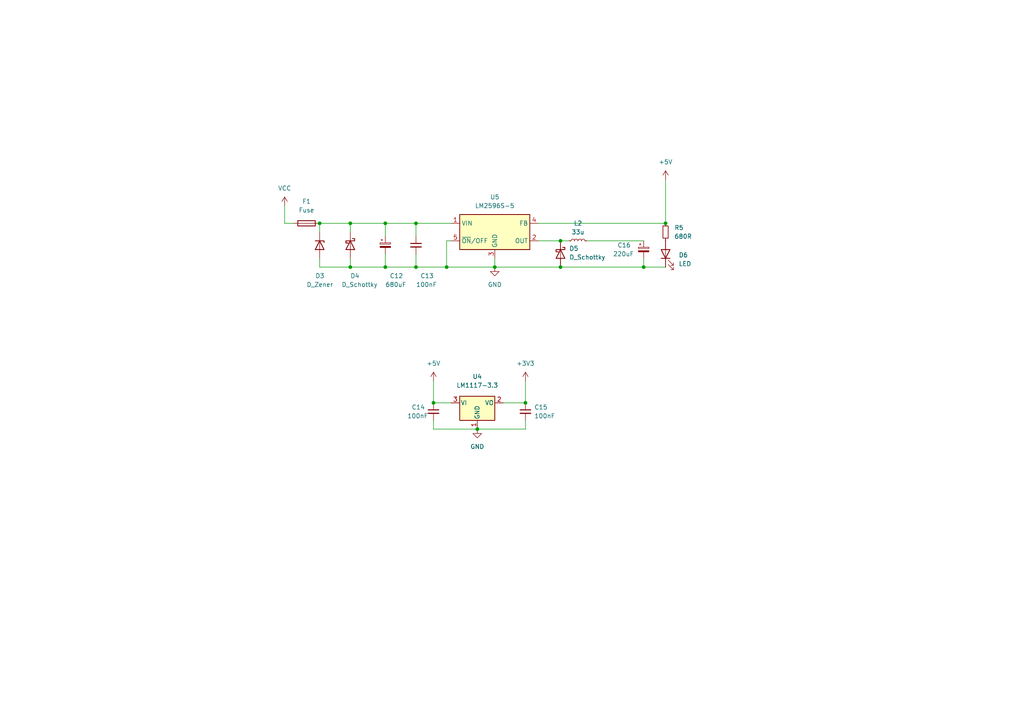
<source format=kicad_sch>
(kicad_sch (version 20211123) (generator eeschema)

  (uuid f45b537f-13b7-465a-8416-fd6f69f7598f)

  (paper "A4")

  (lib_symbols
    (symbol "Device:C_Polarized_Small" (pin_numbers hide) (pin_names (offset 0.254) hide) (in_bom yes) (on_board yes)
      (property "Reference" "C" (id 0) (at 0.254 1.778 0)
        (effects (font (size 1.27 1.27)) (justify left))
      )
      (property "Value" "C_Polarized_Small" (id 1) (at 0.254 -2.032 0)
        (effects (font (size 1.27 1.27)) (justify left))
      )
      (property "Footprint" "" (id 2) (at 0 0 0)
        (effects (font (size 1.27 1.27)) hide)
      )
      (property "Datasheet" "~" (id 3) (at 0 0 0)
        (effects (font (size 1.27 1.27)) hide)
      )
      (property "ki_keywords" "cap capacitor" (id 4) (at 0 0 0)
        (effects (font (size 1.27 1.27)) hide)
      )
      (property "ki_description" "Polarized capacitor, small symbol" (id 5) (at 0 0 0)
        (effects (font (size 1.27 1.27)) hide)
      )
      (property "ki_fp_filters" "CP_*" (id 6) (at 0 0 0)
        (effects (font (size 1.27 1.27)) hide)
      )
      (symbol "C_Polarized_Small_0_1"
        (rectangle (start -1.524 -0.3048) (end 1.524 -0.6858)
          (stroke (width 0) (type default) (color 0 0 0 0))
          (fill (type outline))
        )
        (rectangle (start -1.524 0.6858) (end 1.524 0.3048)
          (stroke (width 0) (type default) (color 0 0 0 0))
          (fill (type none))
        )
        (polyline
          (pts
            (xy -1.27 1.524)
            (xy -0.762 1.524)
          )
          (stroke (width 0) (type default) (color 0 0 0 0))
          (fill (type none))
        )
        (polyline
          (pts
            (xy -1.016 1.27)
            (xy -1.016 1.778)
          )
          (stroke (width 0) (type default) (color 0 0 0 0))
          (fill (type none))
        )
      )
      (symbol "C_Polarized_Small_1_1"
        (pin passive line (at 0 2.54 270) (length 1.8542)
          (name "~" (effects (font (size 1.27 1.27))))
          (number "1" (effects (font (size 1.27 1.27))))
        )
        (pin passive line (at 0 -2.54 90) (length 1.8542)
          (name "~" (effects (font (size 1.27 1.27))))
          (number "2" (effects (font (size 1.27 1.27))))
        )
      )
    )
    (symbol "Device:C_Small" (pin_numbers hide) (pin_names (offset 0.254) hide) (in_bom yes) (on_board yes)
      (property "Reference" "C" (id 0) (at 0.254 1.778 0)
        (effects (font (size 1.27 1.27)) (justify left))
      )
      (property "Value" "C_Small" (id 1) (at 0.254 -2.032 0)
        (effects (font (size 1.27 1.27)) (justify left))
      )
      (property "Footprint" "" (id 2) (at 0 0 0)
        (effects (font (size 1.27 1.27)) hide)
      )
      (property "Datasheet" "~" (id 3) (at 0 0 0)
        (effects (font (size 1.27 1.27)) hide)
      )
      (property "ki_keywords" "capacitor cap" (id 4) (at 0 0 0)
        (effects (font (size 1.27 1.27)) hide)
      )
      (property "ki_description" "Unpolarized capacitor, small symbol" (id 5) (at 0 0 0)
        (effects (font (size 1.27 1.27)) hide)
      )
      (property "ki_fp_filters" "C_*" (id 6) (at 0 0 0)
        (effects (font (size 1.27 1.27)) hide)
      )
      (symbol "C_Small_0_1"
        (polyline
          (pts
            (xy -1.524 -0.508)
            (xy 1.524 -0.508)
          )
          (stroke (width 0.3302) (type default) (color 0 0 0 0))
          (fill (type none))
        )
        (polyline
          (pts
            (xy -1.524 0.508)
            (xy 1.524 0.508)
          )
          (stroke (width 0.3048) (type default) (color 0 0 0 0))
          (fill (type none))
        )
      )
      (symbol "C_Small_1_1"
        (pin passive line (at 0 2.54 270) (length 2.032)
          (name "~" (effects (font (size 1.27 1.27))))
          (number "1" (effects (font (size 1.27 1.27))))
        )
        (pin passive line (at 0 -2.54 90) (length 2.032)
          (name "~" (effects (font (size 1.27 1.27))))
          (number "2" (effects (font (size 1.27 1.27))))
        )
      )
    )
    (symbol "Device:D_Schottky" (pin_numbers hide) (pin_names (offset 1.016) hide) (in_bom yes) (on_board yes)
      (property "Reference" "D" (id 0) (at 0 2.54 0)
        (effects (font (size 1.27 1.27)))
      )
      (property "Value" "D_Schottky" (id 1) (at 0 -2.54 0)
        (effects (font (size 1.27 1.27)))
      )
      (property "Footprint" "" (id 2) (at 0 0 0)
        (effects (font (size 1.27 1.27)) hide)
      )
      (property "Datasheet" "~" (id 3) (at 0 0 0)
        (effects (font (size 1.27 1.27)) hide)
      )
      (property "ki_keywords" "diode Schottky" (id 4) (at 0 0 0)
        (effects (font (size 1.27 1.27)) hide)
      )
      (property "ki_description" "Schottky diode" (id 5) (at 0 0 0)
        (effects (font (size 1.27 1.27)) hide)
      )
      (property "ki_fp_filters" "TO-???* *_Diode_* *SingleDiode* D_*" (id 6) (at 0 0 0)
        (effects (font (size 1.27 1.27)) hide)
      )
      (symbol "D_Schottky_0_1"
        (polyline
          (pts
            (xy 1.27 0)
            (xy -1.27 0)
          )
          (stroke (width 0) (type default) (color 0 0 0 0))
          (fill (type none))
        )
        (polyline
          (pts
            (xy 1.27 1.27)
            (xy 1.27 -1.27)
            (xy -1.27 0)
            (xy 1.27 1.27)
          )
          (stroke (width 0.254) (type default) (color 0 0 0 0))
          (fill (type none))
        )
        (polyline
          (pts
            (xy -1.905 0.635)
            (xy -1.905 1.27)
            (xy -1.27 1.27)
            (xy -1.27 -1.27)
            (xy -0.635 -1.27)
            (xy -0.635 -0.635)
          )
          (stroke (width 0.254) (type default) (color 0 0 0 0))
          (fill (type none))
        )
      )
      (symbol "D_Schottky_1_1"
        (pin passive line (at -3.81 0 0) (length 2.54)
          (name "K" (effects (font (size 1.27 1.27))))
          (number "1" (effects (font (size 1.27 1.27))))
        )
        (pin passive line (at 3.81 0 180) (length 2.54)
          (name "A" (effects (font (size 1.27 1.27))))
          (number "2" (effects (font (size 1.27 1.27))))
        )
      )
    )
    (symbol "Device:D_Zener" (pin_numbers hide) (pin_names (offset 1.016) hide) (in_bom yes) (on_board yes)
      (property "Reference" "D" (id 0) (at 0 2.54 0)
        (effects (font (size 1.27 1.27)))
      )
      (property "Value" "D_Zener" (id 1) (at 0 -2.54 0)
        (effects (font (size 1.27 1.27)))
      )
      (property "Footprint" "" (id 2) (at 0 0 0)
        (effects (font (size 1.27 1.27)) hide)
      )
      (property "Datasheet" "~" (id 3) (at 0 0 0)
        (effects (font (size 1.27 1.27)) hide)
      )
      (property "ki_keywords" "diode" (id 4) (at 0 0 0)
        (effects (font (size 1.27 1.27)) hide)
      )
      (property "ki_description" "Zener diode" (id 5) (at 0 0 0)
        (effects (font (size 1.27 1.27)) hide)
      )
      (property "ki_fp_filters" "TO-???* *_Diode_* *SingleDiode* D_*" (id 6) (at 0 0 0)
        (effects (font (size 1.27 1.27)) hide)
      )
      (symbol "D_Zener_0_1"
        (polyline
          (pts
            (xy 1.27 0)
            (xy -1.27 0)
          )
          (stroke (width 0) (type default) (color 0 0 0 0))
          (fill (type none))
        )
        (polyline
          (pts
            (xy -1.27 -1.27)
            (xy -1.27 1.27)
            (xy -0.762 1.27)
          )
          (stroke (width 0.254) (type default) (color 0 0 0 0))
          (fill (type none))
        )
        (polyline
          (pts
            (xy 1.27 -1.27)
            (xy 1.27 1.27)
            (xy -1.27 0)
            (xy 1.27 -1.27)
          )
          (stroke (width 0.254) (type default) (color 0 0 0 0))
          (fill (type none))
        )
      )
      (symbol "D_Zener_1_1"
        (pin passive line (at -3.81 0 0) (length 2.54)
          (name "K" (effects (font (size 1.27 1.27))))
          (number "1" (effects (font (size 1.27 1.27))))
        )
        (pin passive line (at 3.81 0 180) (length 2.54)
          (name "A" (effects (font (size 1.27 1.27))))
          (number "2" (effects (font (size 1.27 1.27))))
        )
      )
    )
    (symbol "Device:Fuse" (pin_numbers hide) (pin_names (offset 0)) (in_bom yes) (on_board yes)
      (property "Reference" "F" (id 0) (at 2.032 0 90)
        (effects (font (size 1.27 1.27)))
      )
      (property "Value" "Fuse" (id 1) (at -1.905 0 90)
        (effects (font (size 1.27 1.27)))
      )
      (property "Footprint" "" (id 2) (at -1.778 0 90)
        (effects (font (size 1.27 1.27)) hide)
      )
      (property "Datasheet" "~" (id 3) (at 0 0 0)
        (effects (font (size 1.27 1.27)) hide)
      )
      (property "ki_keywords" "fuse" (id 4) (at 0 0 0)
        (effects (font (size 1.27 1.27)) hide)
      )
      (property "ki_description" "Fuse" (id 5) (at 0 0 0)
        (effects (font (size 1.27 1.27)) hide)
      )
      (property "ki_fp_filters" "*Fuse*" (id 6) (at 0 0 0)
        (effects (font (size 1.27 1.27)) hide)
      )
      (symbol "Fuse_0_1"
        (rectangle (start -0.762 -2.54) (end 0.762 2.54)
          (stroke (width 0.254) (type default) (color 0 0 0 0))
          (fill (type none))
        )
        (polyline
          (pts
            (xy 0 2.54)
            (xy 0 -2.54)
          )
          (stroke (width 0) (type default) (color 0 0 0 0))
          (fill (type none))
        )
      )
      (symbol "Fuse_1_1"
        (pin passive line (at 0 3.81 270) (length 1.27)
          (name "~" (effects (font (size 1.27 1.27))))
          (number "1" (effects (font (size 1.27 1.27))))
        )
        (pin passive line (at 0 -3.81 90) (length 1.27)
          (name "~" (effects (font (size 1.27 1.27))))
          (number "2" (effects (font (size 1.27 1.27))))
        )
      )
    )
    (symbol "Device:LED" (pin_numbers hide) (pin_names (offset 1.016) hide) (in_bom yes) (on_board yes)
      (property "Reference" "D" (id 0) (at 0 2.54 0)
        (effects (font (size 1.27 1.27)))
      )
      (property "Value" "LED" (id 1) (at 0 -2.54 0)
        (effects (font (size 1.27 1.27)))
      )
      (property "Footprint" "" (id 2) (at 0 0 0)
        (effects (font (size 1.27 1.27)) hide)
      )
      (property "Datasheet" "~" (id 3) (at 0 0 0)
        (effects (font (size 1.27 1.27)) hide)
      )
      (property "ki_keywords" "LED diode" (id 4) (at 0 0 0)
        (effects (font (size 1.27 1.27)) hide)
      )
      (property "ki_description" "Light emitting diode" (id 5) (at 0 0 0)
        (effects (font (size 1.27 1.27)) hide)
      )
      (property "ki_fp_filters" "LED* LED_SMD:* LED_THT:*" (id 6) (at 0 0 0)
        (effects (font (size 1.27 1.27)) hide)
      )
      (symbol "LED_0_1"
        (polyline
          (pts
            (xy -1.27 -1.27)
            (xy -1.27 1.27)
          )
          (stroke (width 0.254) (type default) (color 0 0 0 0))
          (fill (type none))
        )
        (polyline
          (pts
            (xy -1.27 0)
            (xy 1.27 0)
          )
          (stroke (width 0) (type default) (color 0 0 0 0))
          (fill (type none))
        )
        (polyline
          (pts
            (xy 1.27 -1.27)
            (xy 1.27 1.27)
            (xy -1.27 0)
            (xy 1.27 -1.27)
          )
          (stroke (width 0.254) (type default) (color 0 0 0 0))
          (fill (type none))
        )
        (polyline
          (pts
            (xy -3.048 -0.762)
            (xy -4.572 -2.286)
            (xy -3.81 -2.286)
            (xy -4.572 -2.286)
            (xy -4.572 -1.524)
          )
          (stroke (width 0) (type default) (color 0 0 0 0))
          (fill (type none))
        )
        (polyline
          (pts
            (xy -1.778 -0.762)
            (xy -3.302 -2.286)
            (xy -2.54 -2.286)
            (xy -3.302 -2.286)
            (xy -3.302 -1.524)
          )
          (stroke (width 0) (type default) (color 0 0 0 0))
          (fill (type none))
        )
      )
      (symbol "LED_1_1"
        (pin passive line (at -3.81 0 0) (length 2.54)
          (name "K" (effects (font (size 1.27 1.27))))
          (number "1" (effects (font (size 1.27 1.27))))
        )
        (pin passive line (at 3.81 0 180) (length 2.54)
          (name "A" (effects (font (size 1.27 1.27))))
          (number "2" (effects (font (size 1.27 1.27))))
        )
      )
    )
    (symbol "Device:L_Small" (pin_numbers hide) (pin_names (offset 0.254) hide) (in_bom yes) (on_board yes)
      (property "Reference" "L" (id 0) (at 0.762 1.016 0)
        (effects (font (size 1.27 1.27)) (justify left))
      )
      (property "Value" "L_Small" (id 1) (at 0.762 -1.016 0)
        (effects (font (size 1.27 1.27)) (justify left))
      )
      (property "Footprint" "" (id 2) (at 0 0 0)
        (effects (font (size 1.27 1.27)) hide)
      )
      (property "Datasheet" "~" (id 3) (at 0 0 0)
        (effects (font (size 1.27 1.27)) hide)
      )
      (property "ki_keywords" "inductor choke coil reactor magnetic" (id 4) (at 0 0 0)
        (effects (font (size 1.27 1.27)) hide)
      )
      (property "ki_description" "Inductor, small symbol" (id 5) (at 0 0 0)
        (effects (font (size 1.27 1.27)) hide)
      )
      (property "ki_fp_filters" "Choke_* *Coil* Inductor_* L_*" (id 6) (at 0 0 0)
        (effects (font (size 1.27 1.27)) hide)
      )
      (symbol "L_Small_0_1"
        (arc (start 0 -2.032) (mid 0.508 -1.524) (end 0 -1.016)
          (stroke (width 0) (type default) (color 0 0 0 0))
          (fill (type none))
        )
        (arc (start 0 -1.016) (mid 0.508 -0.508) (end 0 0)
          (stroke (width 0) (type default) (color 0 0 0 0))
          (fill (type none))
        )
        (arc (start 0 0) (mid 0.508 0.508) (end 0 1.016)
          (stroke (width 0) (type default) (color 0 0 0 0))
          (fill (type none))
        )
        (arc (start 0 1.016) (mid 0.508 1.524) (end 0 2.032)
          (stroke (width 0) (type default) (color 0 0 0 0))
          (fill (type none))
        )
      )
      (symbol "L_Small_1_1"
        (pin passive line (at 0 2.54 270) (length 0.508)
          (name "~" (effects (font (size 1.27 1.27))))
          (number "1" (effects (font (size 1.27 1.27))))
        )
        (pin passive line (at 0 -2.54 90) (length 0.508)
          (name "~" (effects (font (size 1.27 1.27))))
          (number "2" (effects (font (size 1.27 1.27))))
        )
      )
    )
    (symbol "Device:R_Small" (pin_numbers hide) (pin_names (offset 0.254) hide) (in_bom yes) (on_board yes)
      (property "Reference" "R" (id 0) (at 0.762 0.508 0)
        (effects (font (size 1.27 1.27)) (justify left))
      )
      (property "Value" "R_Small" (id 1) (at 0.762 -1.016 0)
        (effects (font (size 1.27 1.27)) (justify left))
      )
      (property "Footprint" "" (id 2) (at 0 0 0)
        (effects (font (size 1.27 1.27)) hide)
      )
      (property "Datasheet" "~" (id 3) (at 0 0 0)
        (effects (font (size 1.27 1.27)) hide)
      )
      (property "ki_keywords" "R resistor" (id 4) (at 0 0 0)
        (effects (font (size 1.27 1.27)) hide)
      )
      (property "ki_description" "Resistor, small symbol" (id 5) (at 0 0 0)
        (effects (font (size 1.27 1.27)) hide)
      )
      (property "ki_fp_filters" "R_*" (id 6) (at 0 0 0)
        (effects (font (size 1.27 1.27)) hide)
      )
      (symbol "R_Small_0_1"
        (rectangle (start -0.762 1.778) (end 0.762 -1.778)
          (stroke (width 0.2032) (type default) (color 0 0 0 0))
          (fill (type none))
        )
      )
      (symbol "R_Small_1_1"
        (pin passive line (at 0 2.54 270) (length 0.762)
          (name "~" (effects (font (size 1.27 1.27))))
          (number "1" (effects (font (size 1.27 1.27))))
        )
        (pin passive line (at 0 -2.54 90) (length 0.762)
          (name "~" (effects (font (size 1.27 1.27))))
          (number "2" (effects (font (size 1.27 1.27))))
        )
      )
    )
    (symbol "Regulator_Linear:LM1117-3.3" (pin_names (offset 0.254)) (in_bom yes) (on_board yes)
      (property "Reference" "U" (id 0) (at -3.81 3.175 0)
        (effects (font (size 1.27 1.27)))
      )
      (property "Value" "LM1117-3.3" (id 1) (at 0 3.175 0)
        (effects (font (size 1.27 1.27)) (justify left))
      )
      (property "Footprint" "" (id 2) (at 0 0 0)
        (effects (font (size 1.27 1.27)) hide)
      )
      (property "Datasheet" "http://www.ti.com/lit/ds/symlink/lm1117.pdf" (id 3) (at 0 0 0)
        (effects (font (size 1.27 1.27)) hide)
      )
      (property "ki_keywords" "linear regulator ldo fixed positive" (id 4) (at 0 0 0)
        (effects (font (size 1.27 1.27)) hide)
      )
      (property "ki_description" "800mA Low-Dropout Linear Regulator, 3.3V fixed output, TO-220/TO-252/TO-263/SOT-223" (id 5) (at 0 0 0)
        (effects (font (size 1.27 1.27)) hide)
      )
      (property "ki_fp_filters" "SOT?223* TO?263* TO?252* TO?220*" (id 6) (at 0 0 0)
        (effects (font (size 1.27 1.27)) hide)
      )
      (symbol "LM1117-3.3_0_1"
        (rectangle (start -5.08 -5.08) (end 5.08 1.905)
          (stroke (width 0.254) (type default) (color 0 0 0 0))
          (fill (type background))
        )
      )
      (symbol "LM1117-3.3_1_1"
        (pin power_in line (at 0 -7.62 90) (length 2.54)
          (name "GND" (effects (font (size 1.27 1.27))))
          (number "1" (effects (font (size 1.27 1.27))))
        )
        (pin power_out line (at 7.62 0 180) (length 2.54)
          (name "VO" (effects (font (size 1.27 1.27))))
          (number "2" (effects (font (size 1.27 1.27))))
        )
        (pin power_in line (at -7.62 0 0) (length 2.54)
          (name "VI" (effects (font (size 1.27 1.27))))
          (number "3" (effects (font (size 1.27 1.27))))
        )
      )
    )
    (symbol "Regulator_Switching:LM2596S-5" (in_bom yes) (on_board yes)
      (property "Reference" "U" (id 0) (at -10.16 6.35 0)
        (effects (font (size 1.27 1.27)) (justify left))
      )
      (property "Value" "LM2596S-5" (id 1) (at 0 6.35 0)
        (effects (font (size 1.27 1.27)) (justify left))
      )
      (property "Footprint" "Package_TO_SOT_SMD:TO-263-5_TabPin3" (id 2) (at 1.27 -6.35 0)
        (effects (font (size 1.27 1.27) italic) (justify left) hide)
      )
      (property "Datasheet" "http://www.ti.com/lit/ds/symlink/lm2596.pdf" (id 3) (at 0 0 0)
        (effects (font (size 1.27 1.27)) hide)
      )
      (property "ki_keywords" "Step-Down Voltage Regulator 5V 3A" (id 4) (at 0 0 0)
        (effects (font (size 1.27 1.27)) hide)
      )
      (property "ki_description" "5V 3A Step-Down Voltage Regulator, TO-263" (id 5) (at 0 0 0)
        (effects (font (size 1.27 1.27)) hide)
      )
      (property "ki_fp_filters" "TO?263*" (id 6) (at 0 0 0)
        (effects (font (size 1.27 1.27)) hide)
      )
      (symbol "LM2596S-5_0_1"
        (rectangle (start -10.16 5.08) (end 10.16 -5.08)
          (stroke (width 0.254) (type default) (color 0 0 0 0))
          (fill (type background))
        )
      )
      (symbol "LM2596S-5_1_1"
        (pin power_in line (at -12.7 2.54 0) (length 2.54)
          (name "VIN" (effects (font (size 1.27 1.27))))
          (number "1" (effects (font (size 1.27 1.27))))
        )
        (pin output line (at 12.7 -2.54 180) (length 2.54)
          (name "OUT" (effects (font (size 1.27 1.27))))
          (number "2" (effects (font (size 1.27 1.27))))
        )
        (pin power_in line (at 0 -7.62 90) (length 2.54)
          (name "GND" (effects (font (size 1.27 1.27))))
          (number "3" (effects (font (size 1.27 1.27))))
        )
        (pin input line (at 12.7 2.54 180) (length 2.54)
          (name "FB" (effects (font (size 1.27 1.27))))
          (number "4" (effects (font (size 1.27 1.27))))
        )
        (pin input line (at -12.7 -2.54 0) (length 2.54)
          (name "~{ON}/OFF" (effects (font (size 1.27 1.27))))
          (number "5" (effects (font (size 1.27 1.27))))
        )
      )
    )
    (symbol "power:+3.3V" (power) (pin_names (offset 0)) (in_bom yes) (on_board yes)
      (property "Reference" "#PWR" (id 0) (at 0 -3.81 0)
        (effects (font (size 1.27 1.27)) hide)
      )
      (property "Value" "+3.3V" (id 1) (at 0 3.556 0)
        (effects (font (size 1.27 1.27)))
      )
      (property "Footprint" "" (id 2) (at 0 0 0)
        (effects (font (size 1.27 1.27)) hide)
      )
      (property "Datasheet" "" (id 3) (at 0 0 0)
        (effects (font (size 1.27 1.27)) hide)
      )
      (property "ki_keywords" "power-flag" (id 4) (at 0 0 0)
        (effects (font (size 1.27 1.27)) hide)
      )
      (property "ki_description" "Power symbol creates a global label with name \"+3.3V\"" (id 5) (at 0 0 0)
        (effects (font (size 1.27 1.27)) hide)
      )
      (symbol "+3.3V_0_1"
        (polyline
          (pts
            (xy -0.762 1.27)
            (xy 0 2.54)
          )
          (stroke (width 0) (type default) (color 0 0 0 0))
          (fill (type none))
        )
        (polyline
          (pts
            (xy 0 0)
            (xy 0 2.54)
          )
          (stroke (width 0) (type default) (color 0 0 0 0))
          (fill (type none))
        )
        (polyline
          (pts
            (xy 0 2.54)
            (xy 0.762 1.27)
          )
          (stroke (width 0) (type default) (color 0 0 0 0))
          (fill (type none))
        )
      )
      (symbol "+3.3V_1_1"
        (pin power_in line (at 0 0 90) (length 0) hide
          (name "+3V3" (effects (font (size 1.27 1.27))))
          (number "1" (effects (font (size 1.27 1.27))))
        )
      )
    )
    (symbol "power:+5V" (power) (pin_names (offset 0)) (in_bom yes) (on_board yes)
      (property "Reference" "#PWR" (id 0) (at 0 -3.81 0)
        (effects (font (size 1.27 1.27)) hide)
      )
      (property "Value" "+5V" (id 1) (at 0 3.556 0)
        (effects (font (size 1.27 1.27)))
      )
      (property "Footprint" "" (id 2) (at 0 0 0)
        (effects (font (size 1.27 1.27)) hide)
      )
      (property "Datasheet" "" (id 3) (at 0 0 0)
        (effects (font (size 1.27 1.27)) hide)
      )
      (property "ki_keywords" "power-flag" (id 4) (at 0 0 0)
        (effects (font (size 1.27 1.27)) hide)
      )
      (property "ki_description" "Power symbol creates a global label with name \"+5V\"" (id 5) (at 0 0 0)
        (effects (font (size 1.27 1.27)) hide)
      )
      (symbol "+5V_0_1"
        (polyline
          (pts
            (xy -0.762 1.27)
            (xy 0 2.54)
          )
          (stroke (width 0) (type default) (color 0 0 0 0))
          (fill (type none))
        )
        (polyline
          (pts
            (xy 0 0)
            (xy 0 2.54)
          )
          (stroke (width 0) (type default) (color 0 0 0 0))
          (fill (type none))
        )
        (polyline
          (pts
            (xy 0 2.54)
            (xy 0.762 1.27)
          )
          (stroke (width 0) (type default) (color 0 0 0 0))
          (fill (type none))
        )
      )
      (symbol "+5V_1_1"
        (pin power_in line (at 0 0 90) (length 0) hide
          (name "+5V" (effects (font (size 1.27 1.27))))
          (number "1" (effects (font (size 1.27 1.27))))
        )
      )
    )
    (symbol "power:GND" (power) (pin_names (offset 0)) (in_bom yes) (on_board yes)
      (property "Reference" "#PWR" (id 0) (at 0 -6.35 0)
        (effects (font (size 1.27 1.27)) hide)
      )
      (property "Value" "GND" (id 1) (at 0 -3.81 0)
        (effects (font (size 1.27 1.27)))
      )
      (property "Footprint" "" (id 2) (at 0 0 0)
        (effects (font (size 1.27 1.27)) hide)
      )
      (property "Datasheet" "" (id 3) (at 0 0 0)
        (effects (font (size 1.27 1.27)) hide)
      )
      (property "ki_keywords" "power-flag" (id 4) (at 0 0 0)
        (effects (font (size 1.27 1.27)) hide)
      )
      (property "ki_description" "Power symbol creates a global label with name \"GND\" , ground" (id 5) (at 0 0 0)
        (effects (font (size 1.27 1.27)) hide)
      )
      (symbol "GND_0_1"
        (polyline
          (pts
            (xy 0 0)
            (xy 0 -1.27)
            (xy 1.27 -1.27)
            (xy 0 -2.54)
            (xy -1.27 -1.27)
            (xy 0 -1.27)
          )
          (stroke (width 0) (type default) (color 0 0 0 0))
          (fill (type none))
        )
      )
      (symbol "GND_1_1"
        (pin power_in line (at 0 0 270) (length 0) hide
          (name "GND" (effects (font (size 1.27 1.27))))
          (number "1" (effects (font (size 1.27 1.27))))
        )
      )
    )
    (symbol "power:VCC" (power) (pin_names (offset 0)) (in_bom yes) (on_board yes)
      (property "Reference" "#PWR" (id 0) (at 0 -3.81 0)
        (effects (font (size 1.27 1.27)) hide)
      )
      (property "Value" "VCC" (id 1) (at 0 3.81 0)
        (effects (font (size 1.27 1.27)))
      )
      (property "Footprint" "" (id 2) (at 0 0 0)
        (effects (font (size 1.27 1.27)) hide)
      )
      (property "Datasheet" "" (id 3) (at 0 0 0)
        (effects (font (size 1.27 1.27)) hide)
      )
      (property "ki_keywords" "power-flag" (id 4) (at 0 0 0)
        (effects (font (size 1.27 1.27)) hide)
      )
      (property "ki_description" "Power symbol creates a global label with name \"VCC\"" (id 5) (at 0 0 0)
        (effects (font (size 1.27 1.27)) hide)
      )
      (symbol "VCC_0_1"
        (polyline
          (pts
            (xy -0.762 1.27)
            (xy 0 2.54)
          )
          (stroke (width 0) (type default) (color 0 0 0 0))
          (fill (type none))
        )
        (polyline
          (pts
            (xy 0 0)
            (xy 0 2.54)
          )
          (stroke (width 0) (type default) (color 0 0 0 0))
          (fill (type none))
        )
        (polyline
          (pts
            (xy 0 2.54)
            (xy 0.762 1.27)
          )
          (stroke (width 0) (type default) (color 0 0 0 0))
          (fill (type none))
        )
      )
      (symbol "VCC_1_1"
        (pin power_in line (at 0 0 90) (length 0) hide
          (name "VCC" (effects (font (size 1.27 1.27))))
          (number "1" (effects (font (size 1.27 1.27))))
        )
      )
    )
  )


  (junction (at 92.71 64.77) (diameter 0) (color 0 0 0 0)
    (uuid 066da4a6-7c8f-4e5f-a301-3f42aea5d9da)
  )
  (junction (at 125.73 116.84) (diameter 0) (color 0 0 0 0)
    (uuid 0b5432d6-0ecd-4bdb-bd8f-8865d764b687)
  )
  (junction (at 120.65 77.47) (diameter 0) (color 0 0 0 0)
    (uuid 193f65cc-6115-4b80-9ade-701ef40c18bf)
  )
  (junction (at 143.51 77.47) (diameter 0) (color 0 0 0 0)
    (uuid 260b3040-ccbe-472c-83e7-f1683f01c200)
  )
  (junction (at 162.56 77.47) (diameter 0) (color 0 0 0 0)
    (uuid 2e868ead-550e-4b19-a8f7-629dfcde9fd6)
  )
  (junction (at 111.76 77.47) (diameter 0) (color 0 0 0 0)
    (uuid 500eed4a-f4b8-49d7-a3e6-5e9b383e460c)
  )
  (junction (at 120.65 64.77) (diameter 0) (color 0 0 0 0)
    (uuid 5f162242-b851-44d6-b180-9fe35f2ee655)
  )
  (junction (at 162.56 69.85) (diameter 0) (color 0 0 0 0)
    (uuid 7096630e-49ee-49e9-b02b-8e6471b2a246)
  )
  (junction (at 138.43 124.46) (diameter 0) (color 0 0 0 0)
    (uuid 7244548d-1c83-473a-9cee-c7f1c5d22ed9)
  )
  (junction (at 101.6 77.47) (diameter 0) (color 0 0 0 0)
    (uuid 89bf8c2e-c1c2-4601-8320-e2e1bef415b1)
  )
  (junction (at 152.4 116.84) (diameter 0) (color 0 0 0 0)
    (uuid 93e43941-502b-4b34-b3ed-4ea8f5edcf5f)
  )
  (junction (at 101.6 64.77) (diameter 0) (color 0 0 0 0)
    (uuid a52894c7-3e0d-4531-9779-68394ed7d99c)
  )
  (junction (at 129.54 77.47) (diameter 0) (color 0 0 0 0)
    (uuid bf1a8f6d-25c9-4c52-948b-e551665ff12b)
  )
  (junction (at 186.69 77.47) (diameter 0) (color 0 0 0 0)
    (uuid e7168d8c-aad7-4825-9249-3d0f93112830)
  )
  (junction (at 111.76 64.77) (diameter 0) (color 0 0 0 0)
    (uuid f5c110ab-09d7-4c23-839c-4aecf4937fb0)
  )
  (junction (at 193.04 64.77) (diameter 0) (color 0 0 0 0)
    (uuid fa951a32-ae48-4dc2-871e-cde39594852d)
  )

  (wire (pts (xy 92.71 77.47) (xy 92.71 74.93))
    (stroke (width 0) (type default) (color 0 0 0 0))
    (uuid 06405ae5-7737-4b45-8d79-f3b3bc8e478a)
  )
  (wire (pts (xy 162.56 77.47) (xy 186.69 77.47))
    (stroke (width 0) (type default) (color 0 0 0 0))
    (uuid 07f5ec51-aac5-44e8-9dc3-4268cd17230b)
  )
  (wire (pts (xy 101.6 77.47) (xy 111.76 77.47))
    (stroke (width 0) (type default) (color 0 0 0 0))
    (uuid 0a2799d1-e327-498f-a022-8b6d265f40bb)
  )
  (wire (pts (xy 120.65 64.77) (xy 111.76 64.77))
    (stroke (width 0) (type default) (color 0 0 0 0))
    (uuid 0e0296d9-f600-4843-af10-b96c1b178e30)
  )
  (wire (pts (xy 170.18 69.85) (xy 186.69 69.85))
    (stroke (width 0) (type default) (color 0 0 0 0))
    (uuid 1092fca5-1fdd-44c7-a4b1-d6c06c1d006c)
  )
  (wire (pts (xy 143.51 74.93) (xy 143.51 77.47))
    (stroke (width 0) (type default) (color 0 0 0 0))
    (uuid 1350e99e-3bb1-4b60-b82f-b6d1ca872717)
  )
  (wire (pts (xy 92.71 77.47) (xy 101.6 77.47))
    (stroke (width 0) (type default) (color 0 0 0 0))
    (uuid 14b85695-a642-4066-94c0-6b7401afa2fa)
  )
  (wire (pts (xy 85.09 64.77) (xy 82.55 64.77))
    (stroke (width 0) (type default) (color 0 0 0 0))
    (uuid 17c69015-8070-4dc9-b336-3c1629052746)
  )
  (wire (pts (xy 193.04 77.47) (xy 186.69 77.47))
    (stroke (width 0) (type default) (color 0 0 0 0))
    (uuid 284281f8-5ee2-4cb8-b907-f5e55bd35727)
  )
  (wire (pts (xy 129.54 69.85) (xy 129.54 77.47))
    (stroke (width 0) (type default) (color 0 0 0 0))
    (uuid 28e6faa3-5227-4eae-959d-9692cddc4478)
  )
  (wire (pts (xy 111.76 64.77) (xy 101.6 64.77))
    (stroke (width 0) (type default) (color 0 0 0 0))
    (uuid 2a01e5cb-a4e1-454a-8147-be50718f7e50)
  )
  (wire (pts (xy 125.73 121.92) (xy 125.73 124.46))
    (stroke (width 0) (type default) (color 0 0 0 0))
    (uuid 3667a482-49b3-468e-9108-156ba7e057d6)
  )
  (wire (pts (xy 193.04 64.77) (xy 193.04 52.07))
    (stroke (width 0) (type default) (color 0 0 0 0))
    (uuid 3790260a-a1bd-4648-b91c-8e872b546966)
  )
  (wire (pts (xy 92.71 64.77) (xy 92.71 67.31))
    (stroke (width 0) (type default) (color 0 0 0 0))
    (uuid 4219c889-2ce3-413e-b327-3daa2a1aeedb)
  )
  (wire (pts (xy 125.73 116.84) (xy 125.73 110.49))
    (stroke (width 0) (type default) (color 0 0 0 0))
    (uuid 559c966a-e318-4226-b079-c5a2412da747)
  )
  (wire (pts (xy 143.51 77.47) (xy 162.56 77.47))
    (stroke (width 0) (type default) (color 0 0 0 0))
    (uuid 6023a913-85fa-4aa0-9dfc-9d9efd0a786c)
  )
  (wire (pts (xy 156.21 64.77) (xy 193.04 64.77))
    (stroke (width 0) (type default) (color 0 0 0 0))
    (uuid 721ec38e-eb5b-4ad2-be37-385378e66e5b)
  )
  (wire (pts (xy 120.65 64.77) (xy 120.65 68.58))
    (stroke (width 0) (type default) (color 0 0 0 0))
    (uuid 831ac941-a322-453d-a524-3ab2da701dae)
  )
  (wire (pts (xy 82.55 59.69) (xy 82.55 64.77))
    (stroke (width 0) (type default) (color 0 0 0 0))
    (uuid 83c03d7e-a1c9-4465-995e-7efd5b5fc571)
  )
  (wire (pts (xy 111.76 64.77) (xy 111.76 68.58))
    (stroke (width 0) (type default) (color 0 0 0 0))
    (uuid 8c09a852-c0ff-41ee-b8a7-26f43c7d7feb)
  )
  (wire (pts (xy 129.54 77.47) (xy 143.51 77.47))
    (stroke (width 0) (type default) (color 0 0 0 0))
    (uuid 8cd1b944-bd7d-4be1-9d90-81686ef82354)
  )
  (wire (pts (xy 130.81 64.77) (xy 120.65 64.77))
    (stroke (width 0) (type default) (color 0 0 0 0))
    (uuid 917c9d04-e3e7-409a-a0e9-c6b5111282c4)
  )
  (wire (pts (xy 138.43 124.46) (xy 152.4 124.46))
    (stroke (width 0) (type default) (color 0 0 0 0))
    (uuid 96c87f84-2cca-4f56-a2a9-0e4428214af4)
  )
  (wire (pts (xy 146.05 116.84) (xy 152.4 116.84))
    (stroke (width 0) (type default) (color 0 0 0 0))
    (uuid 9c2e0824-b774-46b5-b258-52a0514b63f5)
  )
  (wire (pts (xy 101.6 64.77) (xy 101.6 67.31))
    (stroke (width 0) (type default) (color 0 0 0 0))
    (uuid a9cb299a-2832-4ed4-b917-747c8968f779)
  )
  (wire (pts (xy 101.6 64.77) (xy 92.71 64.77))
    (stroke (width 0) (type default) (color 0 0 0 0))
    (uuid b26df3fb-77b8-4839-a372-44fd5f405aaf)
  )
  (wire (pts (xy 111.76 77.47) (xy 120.65 77.47))
    (stroke (width 0) (type default) (color 0 0 0 0))
    (uuid b3f18b94-65a5-454e-b030-d23f3997d301)
  )
  (wire (pts (xy 156.21 69.85) (xy 162.56 69.85))
    (stroke (width 0) (type default) (color 0 0 0 0))
    (uuid bc6d092b-e433-41ee-b8fb-0e25824b5cd0)
  )
  (wire (pts (xy 125.73 116.84) (xy 130.81 116.84))
    (stroke (width 0) (type default) (color 0 0 0 0))
    (uuid bee13bb6-d025-459e-a21f-81e1cc5ae673)
  )
  (wire (pts (xy 111.76 73.66) (xy 111.76 77.47))
    (stroke (width 0) (type default) (color 0 0 0 0))
    (uuid c34f2f09-ba9e-42d2-b76c-b4f436236be3)
  )
  (wire (pts (xy 130.81 69.85) (xy 129.54 69.85))
    (stroke (width 0) (type default) (color 0 0 0 0))
    (uuid c620dc64-a194-48aa-b7d4-b78c62973b6d)
  )
  (wire (pts (xy 120.65 73.66) (xy 120.65 77.47))
    (stroke (width 0) (type default) (color 0 0 0 0))
    (uuid d4dfcc7e-37fb-4f8f-9a50-cb5e6858dbac)
  )
  (wire (pts (xy 125.73 124.46) (xy 138.43 124.46))
    (stroke (width 0) (type default) (color 0 0 0 0))
    (uuid e0b53dec-2253-42cb-9c23-449db54438af)
  )
  (wire (pts (xy 162.56 69.85) (xy 165.1 69.85))
    (stroke (width 0) (type default) (color 0 0 0 0))
    (uuid e8cb3575-d3b1-44d1-b8b5-8bce4aab5193)
  )
  (wire (pts (xy 186.69 77.47) (xy 186.69 74.93))
    (stroke (width 0) (type default) (color 0 0 0 0))
    (uuid ee67b212-a0a4-4597-a0d3-087e9e3601c7)
  )
  (wire (pts (xy 152.4 121.92) (xy 152.4 124.46))
    (stroke (width 0) (type default) (color 0 0 0 0))
    (uuid f12202b4-42d8-4743-8495-987851cc0f75)
  )
  (wire (pts (xy 120.65 77.47) (xy 129.54 77.47))
    (stroke (width 0) (type default) (color 0 0 0 0))
    (uuid f9c9dba7-ee54-409c-ae65-d8bb627a7bf1)
  )
  (wire (pts (xy 101.6 74.93) (xy 101.6 77.47))
    (stroke (width 0) (type default) (color 0 0 0 0))
    (uuid fbb96138-1148-46c0-bdce-3cd41e8a189d)
  )
  (wire (pts (xy 152.4 110.49) (xy 152.4 116.84))
    (stroke (width 0) (type default) (color 0 0 0 0))
    (uuid fd2d7be8-323f-476a-b7cc-c0feedd04913)
  )

  (symbol (lib_id "Device:C_Small") (at 125.73 119.38 0) (unit 1)
    (in_bom yes) (on_board yes)
    (uuid 0271b274-2341-4f58-aa3f-b8c67a150d19)
    (property "Reference" "C14" (id 0) (at 119.38 118.11 0)
      (effects (font (size 1.27 1.27)) (justify left))
    )
    (property "Value" "100nF" (id 1) (at 118.11 120.65 0)
      (effects (font (size 1.27 1.27)) (justify left))
    )
    (property "Footprint" "" (id 2) (at 125.73 119.38 0)
      (effects (font (size 1.27 1.27)) hide)
    )
    (property "Datasheet" "~" (id 3) (at 125.73 119.38 0)
      (effects (font (size 1.27 1.27)) hide)
    )
    (pin "1" (uuid 7f4d8e56-f517-4343-a85f-9aeee796e012))
    (pin "2" (uuid 9df86c2b-c073-4b12-8af6-c0933c0b18cb))
  )

  (symbol (lib_id "Device:Fuse") (at 88.9 64.77 90) (unit 1)
    (in_bom yes) (on_board yes) (fields_autoplaced)
    (uuid 09528f43-bc6f-4624-a85e-1c0b272c161d)
    (property "Reference" "F1" (id 0) (at 88.9 58.42 90))
    (property "Value" "Fuse" (id 1) (at 88.9 60.96 90))
    (property "Footprint" "" (id 2) (at 88.9 66.548 90)
      (effects (font (size 1.27 1.27)) hide)
    )
    (property "Datasheet" "~" (id 3) (at 88.9 64.77 0)
      (effects (font (size 1.27 1.27)) hide)
    )
    (pin "1" (uuid 36cef71d-6191-466d-a2fc-be9bf5747388))
    (pin "2" (uuid 0f2ce6c9-cc1c-4a27-b103-846892e29690))
  )

  (symbol (lib_id "power:GND") (at 138.43 124.46 0) (unit 1)
    (in_bom yes) (on_board yes) (fields_autoplaced)
    (uuid 19498e92-f5b8-435b-89dd-88d73e8f4cd5)
    (property "Reference" "#PWR020" (id 0) (at 138.43 130.81 0)
      (effects (font (size 1.27 1.27)) hide)
    )
    (property "Value" "GND" (id 1) (at 138.43 129.54 0))
    (property "Footprint" "" (id 2) (at 138.43 124.46 0)
      (effects (font (size 1.27 1.27)) hide)
    )
    (property "Datasheet" "" (id 3) (at 138.43 124.46 0)
      (effects (font (size 1.27 1.27)) hide)
    )
    (pin "1" (uuid 1f0feaac-c376-4dbd-93e2-ed4599e286eb))
  )

  (symbol (lib_id "power:+5V") (at 125.73 110.49 0) (unit 1)
    (in_bom yes) (on_board yes) (fields_autoplaced)
    (uuid 258991cc-088a-4007-9570-d91416d881cb)
    (property "Reference" "#PWR019" (id 0) (at 125.73 114.3 0)
      (effects (font (size 1.27 1.27)) hide)
    )
    (property "Value" "+5V" (id 1) (at 125.73 105.41 0))
    (property "Footprint" "" (id 2) (at 125.73 110.49 0)
      (effects (font (size 1.27 1.27)) hide)
    )
    (property "Datasheet" "" (id 3) (at 125.73 110.49 0)
      (effects (font (size 1.27 1.27)) hide)
    )
    (pin "1" (uuid 38f4899a-f7c6-4184-8f77-ca75a2f5d8c0))
  )

  (symbol (lib_id "Device:C_Polarized_Small") (at 186.69 72.39 0) (unit 1)
    (in_bom yes) (on_board yes)
    (uuid 3fcbb01e-1d61-4422-9c24-4f10286168fb)
    (property "Reference" "C16" (id 0) (at 179.07 71.12 0)
      (effects (font (size 1.27 1.27)) (justify left))
    )
    (property "Value" "220uF" (id 1) (at 177.8 73.66 0)
      (effects (font (size 1.27 1.27)) (justify left))
    )
    (property "Footprint" "" (id 2) (at 186.69 72.39 0)
      (effects (font (size 1.27 1.27)) hide)
    )
    (property "Datasheet" "~" (id 3) (at 186.69 72.39 0)
      (effects (font (size 1.27 1.27)) hide)
    )
    (pin "1" (uuid e6e22a3f-fe93-422e-b658-a762c16576ba))
    (pin "2" (uuid 4f35d5d1-e4fa-44a0-9c4a-b9262207328d))
  )

  (symbol (lib_id "Device:L_Small") (at 167.64 69.85 90) (unit 1)
    (in_bom yes) (on_board yes)
    (uuid 544796e3-74e7-46de-9166-75dc24c42934)
    (property "Reference" "L2" (id 0) (at 167.64 64.77 90))
    (property "Value" "33u" (id 1) (at 167.64 67.31 90))
    (property "Footprint" "" (id 2) (at 167.64 69.85 0)
      (effects (font (size 1.27 1.27)) hide)
    )
    (property "Datasheet" "~" (id 3) (at 167.64 69.85 0)
      (effects (font (size 1.27 1.27)) hide)
    )
    (pin "1" (uuid 117bdedd-66d5-458f-8efc-7da114b66e11))
    (pin "2" (uuid c30b6ed5-4204-41dc-90ee-eb02e3cdd236))
  )

  (symbol (lib_id "Device:D_Zener") (at 92.71 71.12 270) (unit 1)
    (in_bom yes) (on_board yes)
    (uuid 5df476ba-f7c4-43c3-98e1-23c994af3585)
    (property "Reference" "D3" (id 0) (at 91.44 80.01 90)
      (effects (font (size 1.27 1.27)) (justify left))
    )
    (property "Value" "D_Zener" (id 1) (at 88.9 82.55 90)
      (effects (font (size 1.27 1.27)) (justify left))
    )
    (property "Footprint" "" (id 2) (at 92.71 71.12 0)
      (effects (font (size 1.27 1.27)) hide)
    )
    (property "Datasheet" "~" (id 3) (at 92.71 71.12 0)
      (effects (font (size 1.27 1.27)) hide)
    )
    (pin "1" (uuid a6bf5bbc-6e66-487f-8031-11691037d664))
    (pin "2" (uuid 28d01e75-e0ba-4a5a-b360-1ae06f70a412))
  )

  (symbol (lib_id "Device:R_Small") (at 193.04 67.31 0) (unit 1)
    (in_bom yes) (on_board yes) (fields_autoplaced)
    (uuid 717055a6-72c0-4f20-8a6e-5759d559d074)
    (property "Reference" "R5" (id 0) (at 195.58 66.0399 0)
      (effects (font (size 1.27 1.27)) (justify left))
    )
    (property "Value" "680R" (id 1) (at 195.58 68.5799 0)
      (effects (font (size 1.27 1.27)) (justify left))
    )
    (property "Footprint" "" (id 2) (at 193.04 67.31 0)
      (effects (font (size 1.27 1.27)) hide)
    )
    (property "Datasheet" "~" (id 3) (at 193.04 67.31 0)
      (effects (font (size 1.27 1.27)) hide)
    )
    (pin "1" (uuid 672ca268-7aaa-4c1f-b3bb-e2baae1a5f56))
    (pin "2" (uuid a8626bd9-bf34-4c5b-bf26-30e9048a7928))
  )

  (symbol (lib_id "Device:D_Schottky") (at 162.56 73.66 270) (unit 1)
    (in_bom yes) (on_board yes)
    (uuid 7e20ed7a-4d36-4e8d-9c72-78e31578074f)
    (property "Reference" "D5" (id 0) (at 165.1 72.0724 90)
      (effects (font (size 1.27 1.27)) (justify left))
    )
    (property "Value" "D_Schottky" (id 1) (at 165.1 74.6124 90)
      (effects (font (size 1.27 1.27)) (justify left))
    )
    (property "Footprint" "" (id 2) (at 162.56 73.66 0)
      (effects (font (size 1.27 1.27)) hide)
    )
    (property "Datasheet" "~" (id 3) (at 162.56 73.66 0)
      (effects (font (size 1.27 1.27)) hide)
    )
    (pin "1" (uuid b8315b45-4295-4e92-9b1f-49937cdbf1cf))
    (pin "2" (uuid 39a3d611-9067-4c13-8754-076286367b9b))
  )

  (symbol (lib_id "power:GND") (at 143.51 77.47 0) (unit 1)
    (in_bom yes) (on_board yes) (fields_autoplaced)
    (uuid 96d1a492-bb6a-44c7-bf1f-a22a6e3d3de2)
    (property "Reference" "#PWR021" (id 0) (at 143.51 83.82 0)
      (effects (font (size 1.27 1.27)) hide)
    )
    (property "Value" "GND" (id 1) (at 143.51 82.55 0))
    (property "Footprint" "" (id 2) (at 143.51 77.47 0)
      (effects (font (size 1.27 1.27)) hide)
    )
    (property "Datasheet" "" (id 3) (at 143.51 77.47 0)
      (effects (font (size 1.27 1.27)) hide)
    )
    (pin "1" (uuid dcbc4a61-8661-42fd-992c-f5977c12e5d0))
  )

  (symbol (lib_id "Device:C_Polarized_Small") (at 111.76 71.12 0) (unit 1)
    (in_bom yes) (on_board yes)
    (uuid 9c5d795a-5875-4fb5-958a-1e13ad703dd0)
    (property "Reference" "C12" (id 0) (at 113.03 80.01 0)
      (effects (font (size 1.27 1.27)) (justify left))
    )
    (property "Value" "680uF" (id 1) (at 111.76 82.55 0)
      (effects (font (size 1.27 1.27)) (justify left))
    )
    (property "Footprint" "" (id 2) (at 111.76 71.12 0)
      (effects (font (size 1.27 1.27)) hide)
    )
    (property "Datasheet" "~" (id 3) (at 111.76 71.12 0)
      (effects (font (size 1.27 1.27)) hide)
    )
    (pin "1" (uuid a48c38ca-3bf8-4d1a-8369-a2c19b3c96fe))
    (pin "2" (uuid d72ff835-68de-4960-897a-7a7091dc7791))
  )

  (symbol (lib_id "power:VCC") (at 82.55 59.69 0) (unit 1)
    (in_bom yes) (on_board yes) (fields_autoplaced)
    (uuid a5a9c167-4ec8-4bd3-81b7-be5219caea81)
    (property "Reference" "#PWR018" (id 0) (at 82.55 63.5 0)
      (effects (font (size 1.27 1.27)) hide)
    )
    (property "Value" "VCC" (id 1) (at 82.55 54.61 0))
    (property "Footprint" "" (id 2) (at 82.55 59.69 0)
      (effects (font (size 1.27 1.27)) hide)
    )
    (property "Datasheet" "" (id 3) (at 82.55 59.69 0)
      (effects (font (size 1.27 1.27)) hide)
    )
    (pin "1" (uuid d6a8ae16-5ba6-425e-9c8c-ca8a77582717))
  )

  (symbol (lib_id "Device:C_Small") (at 120.65 71.12 0) (unit 1)
    (in_bom yes) (on_board yes)
    (uuid a78b59f7-d961-4066-b62c-15b91cbc2a17)
    (property "Reference" "C13" (id 0) (at 121.92 80.01 0)
      (effects (font (size 1.27 1.27)) (justify left))
    )
    (property "Value" "100nF" (id 1) (at 120.65 82.55 0)
      (effects (font (size 1.27 1.27)) (justify left))
    )
    (property "Footprint" "" (id 2) (at 120.65 71.12 0)
      (effects (font (size 1.27 1.27)) hide)
    )
    (property "Datasheet" "~" (id 3) (at 120.65 71.12 0)
      (effects (font (size 1.27 1.27)) hide)
    )
    (pin "1" (uuid 4911a9a1-0fbe-4c49-a121-5fceda3cd151))
    (pin "2" (uuid c910a3e8-2f9a-4c68-b4b0-0988be26fd97))
  )

  (symbol (lib_id "Regulator_Switching:LM2596S-5") (at 143.51 67.31 0) (unit 1)
    (in_bom yes) (on_board yes) (fields_autoplaced)
    (uuid b6907bc1-b552-4816-ae82-c50df3aae6b2)
    (property "Reference" "U5" (id 0) (at 143.51 57.15 0))
    (property "Value" "LM2596S-5" (id 1) (at 143.51 59.69 0))
    (property "Footprint" "Package_TO_SOT_SMD:TO-263-5_TabPin3" (id 2) (at 144.78 73.66 0)
      (effects (font (size 1.27 1.27) italic) (justify left) hide)
    )
    (property "Datasheet" "http://www.ti.com/lit/ds/symlink/lm2596.pdf" (id 3) (at 143.51 67.31 0)
      (effects (font (size 1.27 1.27)) hide)
    )
    (pin "1" (uuid 299e5c03-2079-4228-bc3e-76f482d2f0c9))
    (pin "2" (uuid 2442819f-cd97-49ce-86b2-802734e5193e))
    (pin "3" (uuid 150c945b-9cc1-47ed-b51f-fcccdca0dca2))
    (pin "4" (uuid 14997e64-163a-4cb2-83d0-c644fa840d8b))
    (pin "5" (uuid bd846197-80b6-4024-8482-878132a90cb7))
  )

  (symbol (lib_id "Device:C_Small") (at 152.4 119.38 0) (unit 1)
    (in_bom yes) (on_board yes) (fields_autoplaced)
    (uuid bda19db8-8c34-409b-aaad-b91050ca4fdd)
    (property "Reference" "C15" (id 0) (at 154.94 118.1162 0)
      (effects (font (size 1.27 1.27)) (justify left))
    )
    (property "Value" "100nF" (id 1) (at 154.94 120.6562 0)
      (effects (font (size 1.27 1.27)) (justify left))
    )
    (property "Footprint" "" (id 2) (at 152.4 119.38 0)
      (effects (font (size 1.27 1.27)) hide)
    )
    (property "Datasheet" "~" (id 3) (at 152.4 119.38 0)
      (effects (font (size 1.27 1.27)) hide)
    )
    (pin "1" (uuid 937b038a-da45-46ec-b427-815587270312))
    (pin "2" (uuid 13907d8d-cada-4abc-b3c1-1e7fd8f01172))
  )

  (symbol (lib_id "power:+3.3V") (at 152.4 110.49 0) (unit 1)
    (in_bom yes) (on_board yes) (fields_autoplaced)
    (uuid c49622c5-7f6b-44f9-b42a-95b1d9616c0d)
    (property "Reference" "#PWR022" (id 0) (at 152.4 114.3 0)
      (effects (font (size 1.27 1.27)) hide)
    )
    (property "Value" "+3.3V" (id 1) (at 152.4 105.41 0))
    (property "Footprint" "" (id 2) (at 152.4 110.49 0)
      (effects (font (size 1.27 1.27)) hide)
    )
    (property "Datasheet" "" (id 3) (at 152.4 110.49 0)
      (effects (font (size 1.27 1.27)) hide)
    )
    (pin "1" (uuid 170bacb8-556b-48cf-be27-35fc01282d12))
  )

  (symbol (lib_id "power:+5V") (at 193.04 52.07 0) (unit 1)
    (in_bom yes) (on_board yes) (fields_autoplaced)
    (uuid e02c25ea-1909-4ef1-a16c-3a3661950f0e)
    (property "Reference" "#PWR023" (id 0) (at 193.04 55.88 0)
      (effects (font (size 1.27 1.27)) hide)
    )
    (property "Value" "+5V" (id 1) (at 193.04 46.99 0))
    (property "Footprint" "" (id 2) (at 193.04 52.07 0)
      (effects (font (size 1.27 1.27)) hide)
    )
    (property "Datasheet" "" (id 3) (at 193.04 52.07 0)
      (effects (font (size 1.27 1.27)) hide)
    )
    (pin "1" (uuid fa38e958-5cef-411d-9ea5-b0cc94633034))
  )

  (symbol (lib_id "Device:LED") (at 193.04 73.66 90) (unit 1)
    (in_bom yes) (on_board yes) (fields_autoplaced)
    (uuid e236799e-c150-484f-aa1e-31146669983b)
    (property "Reference" "D6" (id 0) (at 196.85 73.9774 90)
      (effects (font (size 1.27 1.27)) (justify right))
    )
    (property "Value" "LED" (id 1) (at 196.85 76.5174 90)
      (effects (font (size 1.27 1.27)) (justify right))
    )
    (property "Footprint" "" (id 2) (at 193.04 73.66 0)
      (effects (font (size 1.27 1.27)) hide)
    )
    (property "Datasheet" "~" (id 3) (at 193.04 73.66 0)
      (effects (font (size 1.27 1.27)) hide)
    )
    (pin "1" (uuid 4fe19add-47d2-43e6-bceb-ee1be53a9b16))
    (pin "2" (uuid 43f8d3fb-a65e-4c1b-ad6f-f817fff83f13))
  )

  (symbol (lib_id "Device:D_Schottky") (at 101.6 71.12 270) (unit 1)
    (in_bom yes) (on_board yes)
    (uuid f0cbe21d-93f8-4319-a427-55e05dc16915)
    (property "Reference" "D4" (id 0) (at 101.6 80.01 90)
      (effects (font (size 1.27 1.27)) (justify left))
    )
    (property "Value" "D_Schottky" (id 1) (at 99.06 82.55 90)
      (effects (font (size 1.27 1.27)) (justify left))
    )
    (property "Footprint" "" (id 2) (at 101.6 71.12 0)
      (effects (font (size 1.27 1.27)) hide)
    )
    (property "Datasheet" "~" (id 3) (at 101.6 71.12 0)
      (effects (font (size 1.27 1.27)) hide)
    )
    (pin "1" (uuid f9d46bb8-0872-4571-8f42-7fff4844f483))
    (pin "2" (uuid 0aa2a378-97a5-4a21-8979-7035b9e72c3f))
  )

  (symbol (lib_id "Regulator_Linear:LM1117-3.3") (at 138.43 116.84 0) (unit 1)
    (in_bom yes) (on_board yes) (fields_autoplaced)
    (uuid fd28a39e-4330-4b37-932a-343ccec1241b)
    (property "Reference" "U4" (id 0) (at 138.43 109.22 0))
    (property "Value" "LM1117-3.3" (id 1) (at 138.43 111.76 0))
    (property "Footprint" "" (id 2) (at 138.43 116.84 0)
      (effects (font (size 1.27 1.27)) hide)
    )
    (property "Datasheet" "http://www.ti.com/lit/ds/symlink/lm1117.pdf" (id 3) (at 138.43 116.84 0)
      (effects (font (size 1.27 1.27)) hide)
    )
    (pin "1" (uuid 78c7af43-009d-4c64-b1b2-3d9fff2eb506))
    (pin "2" (uuid fc0a06c7-48f7-4369-b191-774be316fd08))
    (pin "3" (uuid c0c096a5-0e0b-40b2-89f7-6804828bce95))
  )
)

</source>
